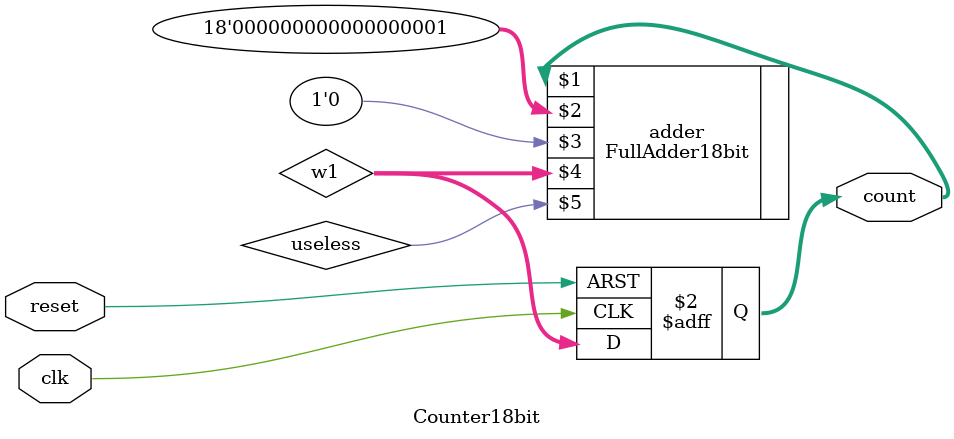
<source format=v>
module Counter18bit(
	input clk,
	input reset,
	output reg [17:0] count
);

	wire useless;
	wire [17:0] w1;
	
	FullAdder18bit adder(
		count,
		18'd01,
		1'b0,
		w1,
		useless
	);
	
	always @(posedge clk or posedge reset) begin
	
		if (reset) begin 
			count <= 6'b111111;
		end else begin
			count <= w1;
		end
		
	end
endmodule 
</source>
